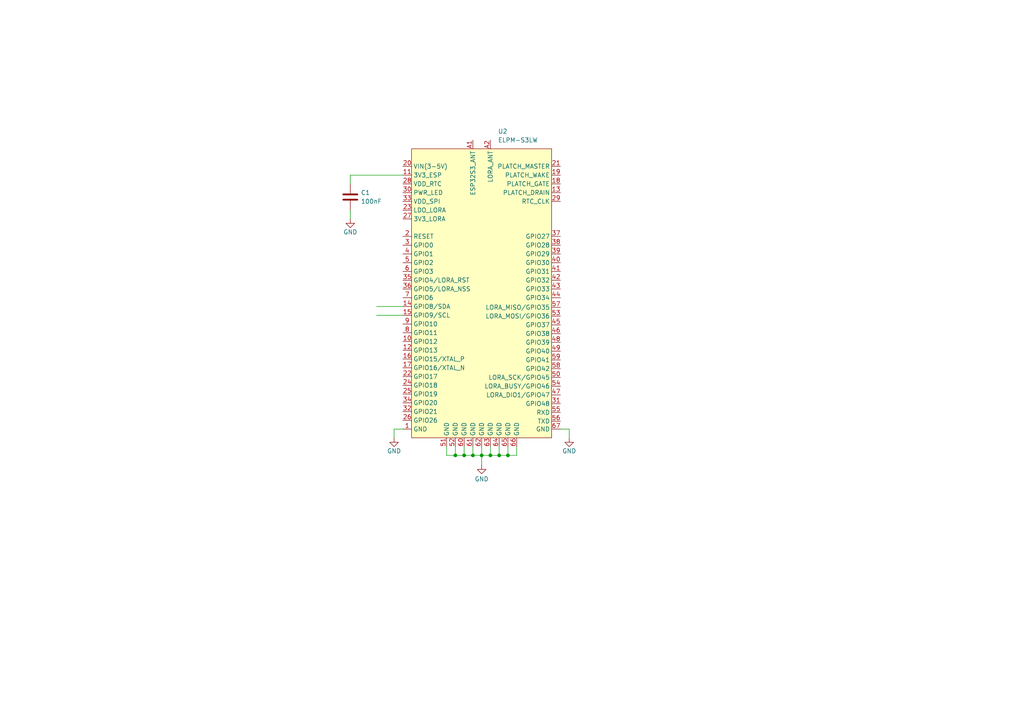
<source format=kicad_sch>
(kicad_sch (version 20231120) (generator "eeschema") (generator_version "8.0")
  (paper "A4")
  (lib_symbols
    (symbol "Device:C" (pin_numbers hide) (pin_names (offset 0.254))
      (property "Reference" "C" (at 0.635 2.54 0))
      (property "Value" "C" (at 0.635 -2.54 0))
      (symbol "C_0_1"
        (polyline (pts (xy -2.032 -0.762) (xy 2.032 -0.762)) (stroke (width 0.508)))
        (polyline (pts (xy -2.032 0.762) (xy 2.032 0.762)) (stroke (width 0.508)))
      )
      (symbol "C_1_1"
        (pin passive line (at 0 3.81 270) (length 2.794) (name "~") (number "1"))
        (pin passive line (at 0 -3.81 90) (length 2.794) (name "~") (number "2"))
      )
    )
    (symbol "ELPMs:ELPM-S3LW"
      (property "Reference" "U1" (at 10.16 43.942 0))
      (property "Value" "ELPM-S3LW" (at 14.478 41.91 0))
      (symbol "ELPM-S3LW_1_1"
        (rectangle (start -20.32 40.64) (end 20.32 -43.18) (fill (type background)))
        (pin input line (at -22.86 -40.64 0) (length 2.54) (name "GND") (number "1"))
        (pin input line (at -22.86 -15.24 0) (length 2.54) (name "GPIO12") (number "10"))
        (pin input line (at -22.86 33.02 0) (length 2.54) (name "3V3_ESP") (number "11"))
        (pin input line (at -22.86 -17.78 0) (length 2.54) (name "GPIO13") (number "12"))
        (pin input line (at 22.86 27.94 180) (length 2.54) (name "PLATCH_DRAIN") (number "13"))
        (pin input line (at -22.86 -5.08 0) (length 2.54) (name "GPIO8/SDA") (number "14"))
        (pin input line (at -22.86 -7.62 0) (length 2.54) (name "GPIO9/SCL") (number "15"))
        (pin input line (at -22.86 -20.32 0) (length 2.54) (name "GPIO15/XTAL_P") (number "16"))
        (pin input line (at -22.86 -22.86 0) (length 2.54) (name "GPIO16/XTAL_N") (number "17"))
        (pin input line (at 22.86 30.48 180) (length 2.54) (name "PLATCH_GATE") (number "18"))
        (pin input line (at 22.86 33.02 180) (length 2.54) (name "PLATCH_WAKE") (number "19"))
        (pin input line (at -22.86 15.24 0) (length 2.54) (name "RESET") (number "2"))
        (pin input line (at -22.86 35.56 0) (length 2.54) (name "VIN(3-5V)") (number "20"))
        (pin input line (at 22.86 35.56 180) (length 2.54) (name "PLATCH_MASTER") (number "21"))
        (pin input line (at -22.86 -25.4 0) (length 2.54) (name "GPIO17") (number "22"))
        (pin input line (at -22.86 22.86 0) (length 2.54) (name "LDO_LORA") (number "23"))
        (pin input line (at -22.86 -27.94 0) (length 2.54) (name "GPIO18") (number "24"))
        (pin input line (at -22.86 -30.48 0) (length 2.54) (name "GPIO19") (number "25"))
        (pin input line (at -22.86 -38.1 0) (length 2.54) (name "GPIO26") (number "26"))
        (pin input line (at -22.86 20.32 0) (length 2.54) (name "3V3_LORA") (number "27"))
        (pin input line (at -22.86 30.48 0) (length 2.54) (name "VDD_RTC") (number "28"))
        (pin input line (at 22.86 25.4 180) (length 2.54) (name "RTC_CLK") (number "29"))
        (pin input line (at -22.86 12.7 0) (length 2.54) (name "GPIO0") (number "3"))
        (pin input line (at -22.86 27.94 0) (length 2.54) (name "PWR_LED") (number "30"))
        (pin input line (at 22.86 -33.274 180) (length 2.54) (name "GPIO48") (number "31"))
        (pin input line (at -22.86 -35.56 0) (length 2.54) (name "GPIO21") (number "32"))
        (pin input line (at -22.86 25.4 0) (length 2.54) (name "VDD_SPI") (number "33"))
        (pin input line (at -22.86 -33.02 0) (length 2.54) (name "GPIO20") (number "34"))
        (pin input line (at -22.86 2.54 0) (length 2.54) (name "GPIO4/LORA_RST") (number "35"))
        (pin input line (at -22.86 0 0) (length 2.54) (name "GPIO5/LORA_NSS") (number "36"))
        (pin input line (at 22.86 15.24 180) (length 2.54) (name "GPIO27") (number "37"))
        (pin input line (at 22.86 12.7 180) (length 2.54) (name "GPIO28") (number "38"))
        (pin input line (at 22.86 10.16 180) (length 2.54) (name "GPIO29") (number "39"))
        (pin input line (at -22.86 10.16 0) (length 2.54) (name "GPIO1") (number "4"))
        (pin input line (at 22.86 7.62 180) (length 2.54) (name "GPIO30") (number "40"))
        (pin input line (at 22.86 5.08 180) (length 2.54) (name "GPIO31") (number "41"))
        (pin input line (at 22.86 2.54 180) (length 2.54) (name "GPIO32") (number "42"))
        (pin input line (at 22.86 0 180) (length 2.54) (name "GPIO33") (number "43"))
        (pin input line (at 22.86 -2.54 180) (length 2.54) (name "GPIO34") (number "44"))
        (pin input line (at 22.86 -10.414 180) (length 2.54) (name "GPIO37") (number "45"))
        (pin input line (at 22.86 -12.954 180) (length 2.54) (name "GPIO38") (number "46"))
        (pin input line (at 22.86 -30.734 180) (length 2.54) (name "LORA_DIO1/GPIO47") (number "47"))
        (pin input line (at 22.86 -15.494 180) (length 2.54) (name "GPIO39") (number "48"))
        (pin input line (at 22.86 -18.034 180) (length 2.54) (name "GPIO40") (number "49"))
        (pin input line (at -22.86 7.62 0) (length 2.54) (name "GPIO2") (number "5"))
        (pin input line (at 22.86 -25.654 180) (length 2.54) (name "LORA_SCK/GPIO45") (number "50"))
        (pin input line (at -10.16 -45.72 90) (length 2.54) (name "GND") (number "51"))
        (pin input line (at -7.62 -45.72 90) (length 2.54) (name "GND") (number "52"))
        (pin input line (at 22.86 -7.874 180) (length 2.54) (name "LORA_MOSI/GPIO36") (number "53"))
        (pin input line (at 22.86 -28.194 180) (length 2.54) (name "LORA_BUSY/GPIO46") (number "54"))
        (pin input line (at 22.86 -35.814 180) (length 2.54) (name "RXD") (number "55"))
        (pin input line (at 22.86 -38.354 180) (length 2.54) (name "TXD") (number "56"))
        (pin input line (at 22.86 -5.334 180) (length 2.54) (name "LORA_MISO/GPIO35") (number "57"))
        (pin input line (at 22.86 -23.114 180) (length 2.54) (name "GPIO42") (number "58"))
        (pin input line (at 22.86 -20.574 180) (length 2.54) (name "GPIO41") (number "59"))
        (pin input line (at -22.86 5.08 0) (length 2.54) (name "GPIO3") (number "6"))
        (pin input line (at -5.08 -45.72 90) (length 2.54) (name "GND") (number "60"))
        (pin input line (at -2.54 -45.72 90) (length 2.54) (name "GND") (number "61"))
        (pin input line (at 0 -45.72 90) (length 2.54) (name "GND") (number "62"))
        (pin input line (at 2.54 -45.72 90) (length 2.54) (name "GND") (number "63"))
        (pin input line (at 5.08 -45.72 90) (length 2.54) (name "GND") (number "64"))
        (pin input line (at 7.62 -45.72 90) (length 2.54) (name "GND") (number "65"))
        (pin input line (at 10.16 -45.72 90) (length 2.54) (name "GND") (number "66"))
        (pin input line (at 22.86 -40.64 180) (length 2.54) (name "GND") (number "67"))
        (pin input line (at -22.86 -2.54 0) (length 2.54) (name "GPIO6") (number "7"))
        (pin input line (at -22.86 -12.7 0) (length 2.54) (name "GPIO11") (number "8"))
        (pin input line (at -22.86 -10.16 0) (length 2.54) (name "GPIO10") (number "9"))
        (pin input line (at -2.54 43.18 270) (length 2.54) (name "ESP32S3_ANT") (number "A1"))
        (pin input line (at 2.54 43.18 270) (length 2.54) (name "LORA_ANT") (number "A2"))
      )
    )
    (symbol "GND_3" (power) (pin_names (offset 0))
      (property "Value" "GND_3" (at 0 -3.81 0))
      (symbol "GND_3_0_1"
        (polyline (pts (xy 0 0) (xy 0 -1.27) (xy 1.27 -1.27) (xy 0 -2.54) (xy -1.27 -1.27) (xy 0 -1.27)))
      )
      (symbol "GND_3_1_1"
        (pin power_in line (at 0 0 270) (length 0) hide (name "GND") (number "1"))
      )
    )
  )
  (junction (at 147.32 132.08))
  (junction (at 134.62 132.08))
  (junction (at 139.7 132.08))
  (junction (at 142.24 132.08))
  (junction (at 137.16 132.08))
  (junction (at 144.78 132.08))
  (junction (at 132.08 132.08))
  (wire (pts (xy 139.7 129.54) (xy 139.7 132.08)))
  (wire (pts (xy 114.3 124.46) (xy 114.3 127)))
  (wire (pts (xy 116.84 50.8) (xy 101.6 50.8)))
  (wire (pts (xy 162.56 124.46) (xy 165.1 124.46)))
  (wire (pts (xy 137.16 129.54) (xy 137.16 132.08)))
  (wire (pts (xy 142.24 129.54) (xy 142.24 132.08)))
  (wire (pts (xy 134.62 132.08) (xy 132.08 132.08)))
  (wire (pts (xy 129.54 129.54) (xy 129.54 132.08)))
  (wire (pts (xy 149.86 132.08) (xy 147.32 132.08)))
  (wire (pts (xy 147.32 132.08) (xy 144.78 132.08)))
  (wire (pts (xy 101.6 50.8) (xy 101.6 53.34)))
  (wire (pts (xy 101.6 60.96) (xy 101.6 63.5)))
  (wire (pts (xy 149.86 129.54) (xy 149.86 132.08)))
  (wire (pts (xy 139.7 132.08) (xy 139.7 134.874)))
  (wire (pts (xy 144.78 129.54) (xy 144.78 132.08)))
  (wire (pts (xy 132.08 129.54) (xy 132.08 132.08)))
  (wire (pts (xy 132.08 132.08) (xy 129.54 132.08)))
  (wire (pts (xy 134.62 129.54) (xy 134.62 132.08)))
  (wire (pts (xy 109.22 91.44) (xy 116.84 91.44)))
  (wire (pts (xy 116.84 124.46) (xy 114.3 124.46)))
  (wire (pts (xy 109.22 88.9) (xy 116.84 88.9)))
  (wire (pts (xy 142.24 132.08) (xy 139.7 132.08)))
  (wire (pts (xy 144.78 132.08) (xy 142.24 132.08)))
  (wire (pts (xy 139.7 132.08) (xy 137.16 132.08)))
  (wire (pts (xy 147.32 129.54) (xy 147.32 132.08)))
  (wire (pts (xy 165.1 124.46) (xy 165.1 127)))
  (wire (pts (xy 137.16 132.08) (xy 134.62 132.08)))
  (symbol (lib_id "Device:C") (at 101.6 57.15 0) (unit 1)
    (property "Reference" "C1" (at 104.648 55.8799 0) (effects (justify left)))
    (property "Value" "100nF" (at 104.648 58.4199 0) (effects (justify left)))
    (property "Footprint" "Capacitor_SMD:C_0402_1005Metric" (effects (hide yes)))
    (property "Description" "Unpolarized capacitor" (effects (hide yes)))
  )
  (symbol (lib_name "GND_3") (lib_id "power:GND") (at 114.3 127 0) (unit 1)
    (property "Reference" "#PWR02" (effects (hide yes)))
    (property "Value" "GND" (at 114.3 130.81 0))
  )
  (symbol (lib_name "GND_3") (lib_id "power:GND") (at 165.1 127 0) (mirror y) (unit 1)
    (property "Reference" "#PWR03" (effects (hide yes)))
    (property "Value" "GND" (at 165.1 130.81 0))
  )
  (symbol (lib_name "GND_3") (lib_id "power:GND") (at 101.6 63.5 0) (unit 1)
    (property "Reference" "#PWR04" (effects (hide yes)))
    (property "Value" "GND" (at 101.6 67.31 0))
  )
  (symbol (lib_id "ELPMs:ELPM-S3LW") (at 139.7 83.82 0) (unit 1)
    (property "Reference" "U2" (at 144.4341 38.1 0) (effects (justify left)))
    (property "Value" "ELPM-S3LW" (at 144.4341 40.64 0) (effects (justify left)))
    (property "Footprint" "lib:ELPM-S3XX" (effects (hide yes)))
  )
  (symbol (lib_name "GND_3") (lib_id "power:GND") (at 139.7 134.874 0) (mirror y) (unit 1)
    (property "Reference" "#PWR01" (effects (hide yes)))
    (property "Value" "GND" (at 139.7 138.938 0))
  )
)
</source>
